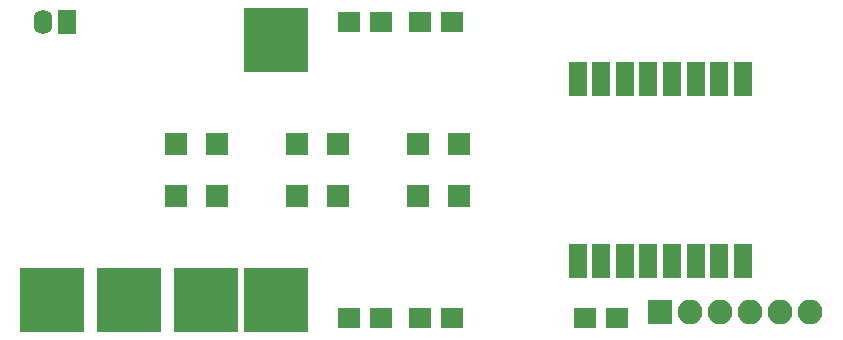
<source format=gts>
G04 #@! TF.FileFunction,Soldermask,Top*
%FSLAX46Y46*%
G04 Gerber Fmt 4.6, Leading zero omitted, Abs format (unit mm)*
G04 Created by KiCad (PCBNEW 4.0.5+dfsg1-4) date Thu Sep 14 16:41:18 2017*
%MOMM*%
%LPD*%
G01*
G04 APERTURE LIST*
%ADD10C,0.100000*%
%ADD11R,1.500000X2.900000*%
%ADD12R,1.900000X1.700000*%
%ADD13R,1.600000X2.100000*%
%ADD14O,1.600000X2.100000*%
%ADD15R,1.900000X1.900000*%
%ADD16R,5.400000X5.400000*%
%ADD17R,2.100000X2.100000*%
%ADD18O,2.100000X2.100000*%
G04 APERTURE END LIST*
D10*
D11*
X160000000Y-78800000D03*
X158000000Y-78800000D03*
X156000000Y-78800000D03*
X154000000Y-78800000D03*
X152000000Y-78800000D03*
X150000000Y-78800000D03*
X148000000Y-78800000D03*
X146000000Y-78800000D03*
X146000000Y-94200000D03*
X148000000Y-94200000D03*
X150000000Y-94200000D03*
X152000000Y-94200000D03*
X154000000Y-94200000D03*
X156000000Y-94200000D03*
X158000000Y-94200000D03*
X160000000Y-94200000D03*
D12*
X129350000Y-74000000D03*
X126650000Y-74000000D03*
X132650000Y-74000000D03*
X135350000Y-74000000D03*
X132650000Y-99000000D03*
X135350000Y-99000000D03*
X149350000Y-99000000D03*
X146650000Y-99000000D03*
X129350000Y-99000000D03*
X126650000Y-99000000D03*
D13*
X102750000Y-74000000D03*
D14*
X100750000Y-74000000D03*
D15*
X125750000Y-84275000D03*
X125750000Y-88725000D03*
X122250000Y-84275000D03*
X122250000Y-88725000D03*
X136000000Y-84275000D03*
X136000000Y-88725000D03*
X132500000Y-84275000D03*
X132500000Y-88725000D03*
X115500000Y-84275000D03*
X115500000Y-88725000D03*
X112000000Y-84275000D03*
X112000000Y-88725000D03*
D16*
X120500000Y-75500000D03*
D17*
X153000000Y-98500000D03*
D18*
X155540000Y-98500000D03*
X158080000Y-98500000D03*
X160620000Y-98500000D03*
X163160000Y-98500000D03*
X165700000Y-98500000D03*
D16*
X101500000Y-97500000D03*
X108000000Y-97500000D03*
X120500000Y-97500000D03*
X114500000Y-97500000D03*
M02*

</source>
